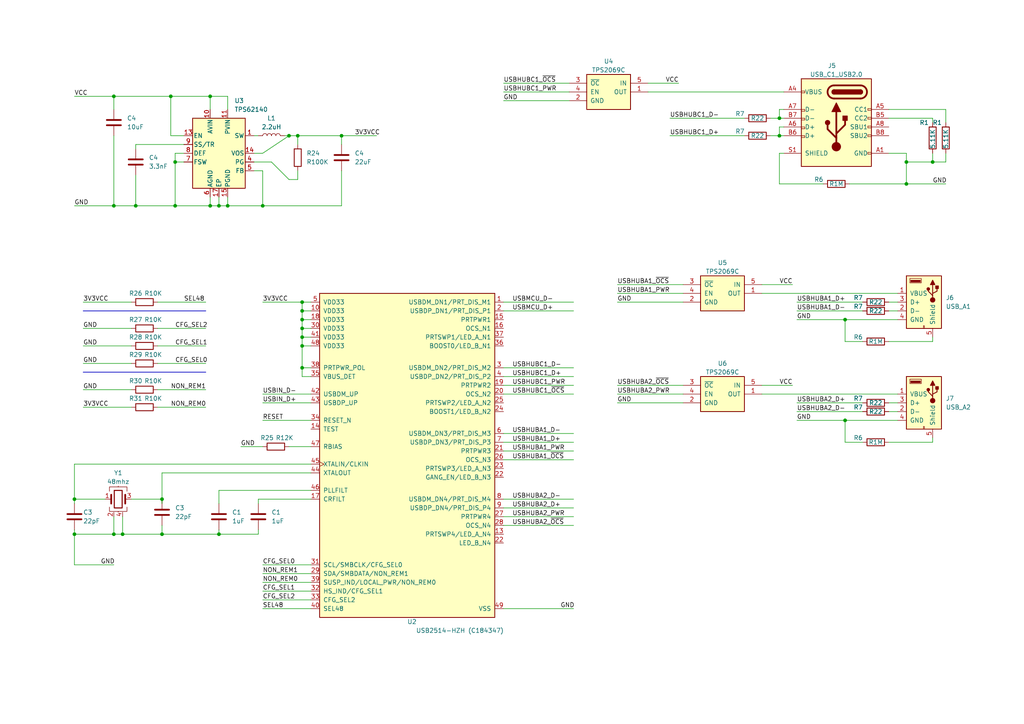
<source format=kicad_sch>
(kicad_sch (version 20230121) (generator eeschema)
  (paper "A4")
  (lib_symbols
    (symbol "Connector:USB_A" (pin_names (offset 1.016))
      (property "Reference" "J6" (at 6.35 1.27 0))
      (property "Value" "USB_A" (at 6.35 -1.27 0))
      (symbol "USB_A_0_1"
        (rectangle (start -5.08 7.62) (end 5.08 -7.62) (stroke (width 0.254)) (fill (type background)))
        (rectangle (start -3.81 6.35) (end -1.016 5.842) (fill (type outline)))
        (rectangle (start -0.762 5.588) (end -4.064 6.858))
        (rectangle (start -0.127 -7.62) (end 0.127 -6.858))
        (polyline (pts (xy 1.905 5.08) (xy 3.175 5.08) (xy 2.54 6.35) (xy 1.905 5.08)) (stroke (width 0.254)) (fill (type outline)))
        (polyline (pts (xy 2.54 1.27) (xy 2.54 1.905) (xy 1.27 3.175) (xy 1.27 3.81)) (stroke (width 0.254)))
        (polyline (pts (xy 2.54 1.905) (xy 2.54 2.54) (xy 3.81 3.175) (xy 3.81 4.445)) (stroke (width 0.254)))
        (circle (center 1.27 3.81) (radius 0.381) (stroke (width 0.254)) (fill (type outline)))
        (circle (center 2.54 0.635) (radius 0.635) (stroke (width 0.254)) (fill (type outline)))
        (rectangle (start 3.429 4.699) (end 4.191 3.937) (stroke (width 0.254)) (fill (type outline)))
      )
      (symbol "USB_A_1_1"
        (polyline (pts (xy 2.54 2.54) (xy 2.54 5.08)) (stroke (width 0.254)))
        (pin power_in line (at -7.62 2.54 0) (length 2.54) (name "VBUS") (number "1"))
        (pin bidirectional line (at -7.62 -2.54 0) (length 2.54) (name "D-") (number "2"))
        (pin bidirectional line (at -7.62 0 0) (length 2.54) (name "D+") (number "3"))
        (pin power_in line (at -7.62 -5.08 0) (length 2.54) (name "GND") (number "4"))
        (pin passive line (at 2.54 -10.16 90) (length 2.54) (name "Shield") (number "5"))
      )
    )
    (symbol "Connector:USB_C_Receptacle_USB2.0" (pin_names (offset 1.016))
      (property "Reference" "J5" (at -1.27 15.24 0))
      (property "Value" "USB_C1_USB2.0" (at 0 13.97 0))
      (symbol "USB_C_Receptacle_USB2.0_0_0"
        (rectangle (start -10.16 3.81) (end -9.144 3.302))
        (rectangle (start -10.16 8.636) (end -9.144 9.144))
        (rectangle (start -9.144 -3.81) (end -10.16 -4.318))
        (rectangle (start -9.144 -1.27) (end -10.16 -1.778))
        (rectangle (start -9.144 1.27) (end -10.16 0.762))
        (rectangle (start 10.16 -9.144) (end 9.144 -8.636))
        (rectangle (start 10.16 -3.556) (end 9.144 -4.064))
        (rectangle (start 10.16 -1.016) (end 9.144 -1.524))
        (rectangle (start 10.16 1.524) (end 9.144 1.016))
        (rectangle (start 10.16 4.064) (end 9.144 3.556))
      )
      (symbol "USB_C_Receptacle_USB2.0_0_1"
        (rectangle (start -10.16 12.7) (end 10.16 -12.7) (stroke (width 0.254)) (fill (type background)))
        (circle (center -2.54 0) (radius 0.635) (stroke (width 0.254)) (fill (type outline)))
        (arc (start -0.635 9.525) (mid -1.2673 8.89) (end -0.635 8.255) (stroke (width 0.254)))
        (arc (start -0.635 9.525) (mid -1.2673 8.89) (end -0.635 8.255) (stroke (width 0.254)) (fill (type outline)))
        (arc (start -0.635 10.795) (mid -2.5317 8.89) (end -0.635 6.985) (stroke (width 0.508)))
        (circle (center 0 -6.985) (radius 1.27) (fill (type outline)))
        (polyline (pts (xy -0.635 10.795) (xy 6.985 10.795)) (stroke (width 0.508)))
        (polyline (pts (xy 0 -6.985) (xy 0 3.175)) (stroke (width 0.508)))
        (polyline (pts (xy 6.985 6.985) (xy -0.635 6.985)) (stroke (width 0.508)))
        (polyline (pts (xy 0 -4.445) (xy -2.54 -1.905) (xy -2.54 -0.635)) (stroke (width 0.508)))
        (polyline (pts (xy 0 -3.175) (xy 2.54 -0.635) (xy 2.54 0.635)) (stroke (width 0.508)))
        (polyline (pts (xy -1.27 3.175) (xy 0 5.715) (xy 1.27 3.175) (xy -1.27 3.175)) (stroke (width 0.254)) (fill (type outline)))
        (rectangle (start 1.905 0.635) (end 3.175 1.905) (stroke (width 0.254)) (fill (type outline)))
        (arc (start 6.985 6.985) (mid 8.8817 8.89) (end 6.985 10.795) (stroke (width 0.508)))
        (rectangle (start 6.985 8.255) (end -0.635 9.525) (stroke (width 0.254)) (fill (type outline)))
        (arc (start 6.985 8.255) (mid 7.6173 8.89) (end 6.985 9.525) (stroke (width 0.254)))
        (arc (start 6.985 8.255) (mid 7.6173 8.89) (end 6.985 9.525) (stroke (width 0.254)) (fill (type outline)))
      )
      (symbol "USB_C_Receptacle_USB2.0_1_1"
        (pin passive line (at 15.24 -8.89 180) (length 5.08) (name "GND") (number "A1"))
        (pin passive line (at 15.24 -8.89 180) (length 5.08) hide (name "GND") (number "A12"))
        (pin passive line (at -15.24 8.89 0) (length 5.08) (name "VBUS") (number "A4"))
        (pin bidirectional line (at 15.24 3.81 180) (length 5.08) (name "CC1") (number "A5"))
        (pin bidirectional line (at -15.24 -1.27 0) (length 5.08) (name "D+") (number "A6"))
        (pin bidirectional line (at -15.24 3.81 0) (length 5.08) (name "D-") (number "A7"))
        (pin bidirectional line (at 15.24 -1.27 180) (length 5.08) (name "SBU1") (number "A8"))
        (pin passive line (at -15.24 8.89 0) (length 5.08) hide (name "VBUS") (number "A9"))
        (pin passive line (at 15.24 -8.89 180) (length 5.08) hide (name "GND") (number "B1"))
        (pin passive line (at 15.24 -8.89 180) (length 5.08) hide (name "GND") (number "B12"))
        (pin passive line (at -15.24 8.89 0) (length 5.08) hide (name "VBUS") (number "B4"))
        (pin bidirectional line (at 15.24 1.27 180) (length 5.08) (name "CC2") (number "B5"))
        (pin bidirectional line (at -15.24 -3.81 0) (length 5.08) (name "D+") (number "B6"))
        (pin bidirectional line (at -15.24 1.27 0) (length 5.08) (name "D-") (number "B7"))
        (pin bidirectional line (at 15.24 -3.81 180) (length 5.08) (name "SBU2") (number "B8"))
        (pin passive line (at -15.24 8.89 0) (length 5.08) hide (name "VBUS") (number "B9"))
        (pin passive line (at -15.24 -8.89 0) (length 5.08) (name "SHIELD") (number "S1"))
      )
    )
    (symbol "Device:Battery" (pin_numbers hide) (pin_names (offset 0) hide)
      (property "Reference" "BT" (at 2.54 2.54 0))
      (property "Value" "Battery" (at 2.54 0 0))
      (symbol "Battery_0_1"
        (rectangle (start -2.286 -1.27) (end 2.286 -1.524) (fill (type outline)))
        (rectangle (start -2.286 1.778) (end 2.286 1.524) (fill (type outline)))
        (rectangle (start -1.524 -2.032) (end 1.524 -2.54) (fill (type outline)))
        (rectangle (start -1.524 1.016) (end 1.524 0.508) (fill (type outline)))
        (polyline (pts (xy 0 -1.016) (xy 0 -0.762)))
        (polyline (pts (xy 0 -0.508) (xy 0 -0.254)))
        (polyline (pts (xy 0 0) (xy 0 0.254)))
        (polyline (pts (xy 0 1.778) (xy 0 2.54)))
        (polyline (pts (xy 0.762 3.048) (xy 1.778 3.048)) (stroke (width 0.254)))
        (polyline (pts (xy 1.27 3.556) (xy 1.27 2.54)) (stroke (width 0.254)))
      )
      (symbol "Battery_1_1"
        (pin passive line (at 0 5.08 270) (length 2.54) (name "+") (number "1"))
        (pin passive line (at 0 -5.08 90) (length 2.54) (name "-") (number "2"))
      )
    )
    (symbol "Device:C" (pin_numbers hide) (pin_names (offset 0.254))
      (property "Reference" "C" (at 0.635 2.54 0))
      (property "Value" "C" (at 0.635 -2.54 0))
      (symbol "C_0_1"
        (polyline (pts (xy -2.032 -0.762) (xy 2.032 -0.762)) (stroke (width 0.508)))
        (polyline (pts (xy -2.032 0.762) (xy 2.032 0.762)) (stroke (width 0.508)))
      )
      (symbol "C_1_1"
        (pin passive line (at 0 3.81 270) (length 2.794) (name "~") (number "1"))
        (pin passive line (at 0 -3.81 90) (length 2.794) (name "~") (number "2"))
      )
    )
    (symbol "Device:Crystal_GND24" (pin_names (offset 1.016) hide)
      (property "Reference" "Y1" (at 11.43 4.1909 0))
      (property "Value" "Crystal_GND24" (at 11.43 1.6509 0))
      (symbol "Crystal_GND24_0_1"
        (rectangle (start -1.143 2.54) (end 1.143 -2.54) (stroke (width 0.3048)))
        (polyline (pts (xy -2.54 0) (xy -2.032 0)))
        (polyline (pts (xy -2.032 -1.27) (xy -2.032 1.27)) (stroke (width 0.508)))
        (polyline (pts (xy 0 -3.81) (xy 0 -3.556)))
        (polyline (pts (xy 0 3.556) (xy 0 3.81)))
        (polyline (pts (xy 2.032 -1.27) (xy 2.032 1.27)) (stroke (width 0.508)))
        (polyline (pts (xy 2.032 0) (xy 2.54 0)))
        (polyline (pts (xy -2.54 -2.286) (xy -2.54 -3.556) (xy 2.54 -3.556) (xy 2.54 -2.286)))
        (polyline (pts (xy -2.54 2.286) (xy -2.54 3.556) (xy 2.54 3.556) (xy 2.54 2.286)))
      )
      (symbol "Crystal_GND24_1_1"
        (pin passive line (at -3.81 0 0) (length 1.27) (name "1") (number "1"))
        (pin passive line (at -1.27 -5.08 90) (length 1.27) (name "2") (number "2"))
        (pin passive line (at 3.81 0 180) (length 1.27) (name "3") (number "3"))
        (pin passive line (at 1.27 -5.08 90) (length 1.27) (name "4") (number "4"))
      )
    )
    (symbol "Device:D" (pin_numbers hide) (pin_names (offset 1.016) hide)
      (property "Reference" "D" (at 0 2.54 0))
      (property "Value" "D" (at 0 -2.54 0))
      (symbol "D_0_1"
        (polyline (pts (xy -1.27 1.27) (xy -1.27 -1.27)) (stroke (width 0.254)))
        (polyline (pts (xy 1.27 0) (xy -1.27 0)))
        (polyline (pts (xy 1.27 1.27) (xy 1.27 -1.27) (xy -1.27 0) (xy 1.27 1.27)) (stroke (width 0.254)))
      )
      (symbol "D_1_1"
        (pin passive line (at -3.81 0 0) (length 2.54) (name "K") (number "1"))
        (pin passive line (at 3.81 0 180) (length 2.54) (name "A") (number "2"))
      )
    )
    (symbol "Device:L" (pin_numbers hide) (pin_names (offset 1.016) hide)
      (property "Reference" "L" (at -1.27 0 90))
      (property "Value" "L" (at 1.905 0 90))
      (symbol "L_0_1"
        (arc (start 0 -2.54) (mid 0.6323 -1.905) (end 0 -1.27))
        (arc (start 0 -1.27) (mid 0.6323 -0.635) (end 0 0))
        (arc (start 0 0) (mid 0.6323 0.635) (end 0 1.27))
        (arc (start 0 1.27) (mid 0.6323 1.905) (end 0 2.54))
      )
      (symbol "L_1_1"
        (pin passive line (at 0 3.81 270) (length 1.27) (name "1") (number "1"))
        (pin passive line (at 0 -3.81 90) (length 1.27) (name "2") (number "2"))
      )
    )
    (symbol "Device:R" (pin_numbers hide) (pin_names (offset 0))
      (property "Reference" "R" (at 2.032 0 90))
      (property "Value" "R" (at 0 0 90))
      (symbol "R_0_1"
        (rectangle (start -1.016 -2.54) (end 1.016 2.54) (stroke (width 0.254)))
      )
      (symbol "R_1_1"
        (pin passive line (at 0 3.81 270) (length 1.27) (name "~") (number "1"))
        (pin passive line (at 0 -3.81 90) (length 1.27) (name "~") (number "2"))
      )
    )
    (symbol "Interface_USB:USB2514B_Bi" (pin_names (offset 1.016))
      (property "Reference" "U2" (at 0 -48.26 0))
      (property "Value" "USB2514-HZH (C184347)" (at 2.54 -50.8 0))
      (symbol "USB2514B_Bi_0_1"
        (rectangle (start -25.4 46.99) (end 25.4 -46.99) (stroke (width 0.254)) (fill (type background)))
      )
      (symbol "USB2514B_Bi_1_1"
        (pin bidirectional line (at 27.94 44.45 180) (length 2.54) (name "USBDM_DN1/PRT_DIS_M1") (number "1"))
        (pin power_in line (at -27.94 41.91 0) (length 2.54) (name "VDD33") (number "10"))
        (pin bidirectional line (at 27.94 -22.86 180) (length 2.54) (name "PRTSWP4/LED_A_N4") (number "13"))
        (pin input line (at -27.94 7.62 0) (length 2.54) (name "TEST") (number "14"))
        (pin bidirectional line (at 27.94 39.37 180) (length 2.54) (name "PRTPWR1") (number "15"))
        (pin input line (at 27.94 36.83 180) (length 2.54) (name "OCS_N1") (number "16"))
        (pin input line (at -27.94 -12.7 0) (length 2.54) (name "CRFILT") (number "17"))
        (pin power_in line (at -27.94 39.37 0) (length 2.54) (name "VDD33") (number "18"))
        (pin bidirectional line (at 27.94 20.32 180) (length 2.54) (name "PRTPWR2") (number "19"))
        (pin bidirectional line (at 27.94 41.91 180) (length 2.54) (name "USBDP_DN1/PRT_DIS_P1") (number "2"))
        (pin input line (at 27.94 17.78 180) (length 2.54) (name "OCS_N2") (number "20"))
        (pin bidirectional line (at 27.94 1.27 180) (length 2.54) (name "PRTPWR3") (number "21"))
        (pin bidirectional line (at 27.94 -6.35 180) (length 2.54) (name "GANG_EN/LED_B_N3") (number "22"))
        (pin bidirectional line (at 27.94 -25.4 180) (length 2.54) (name "LED_B_N4") (number "22"))
        (pin bidirectional line (at 27.94 -3.81 180) (length 2.54) (name "PRTSWP3/LED_A_N3") (number "23"))
        (pin bidirectional line (at 27.94 12.7 180) (length 2.54) (name "BOOST1/LED_B_N2") (number "24"))
        (pin bidirectional line (at 27.94 15.24 180) (length 2.54) (name "PRTSWP2/LED_A_N2") (number "25"))
        (pin input line (at 27.94 -1.27 180) (length 2.54) (name "OCS_N3") (number "26"))
        (pin bidirectional line (at 27.94 -17.78 180) (length 2.54) (name "PRTPWR4") (number "27"))
        (pin input line (at 27.94 -20.32 180) (length 2.54) (name "OCS_N4") (number "28"))
        (pin bidirectional line (at -27.94 -34.29 0) (length 2.54) (name "SDA/SMBDATA/NON_REM1") (number "29"))
        (pin bidirectional line (at 27.94 25.4 180) (length 2.54) (name "USBDM_DN2/PRT_DIS_M2") (number "3"))
        (pin power_in line (at -27.94 36.83 0) (length 2.54) (name "VDD33") (number "30"))
        (pin bidirectional line (at -27.94 -31.75 0) (length 2.54) (name "SCL/SMBCLK/CFG_SEL0") (number "31"))
        (pin bidirectional line (at -27.94 -39.37 0) (length 2.54) (name "HS_IND/CFG_SEL1") (number "32"))
        (pin bidirectional line (at -27.94 -41.91 0) (length 2.54) (name "CFG_SEL2") (number "33"))
        (pin input line (at -27.94 10.16 0) (length 2.54) (name "RESET_N") (number "34"))
        (pin input line (at -27.94 22.86 0) (length 2.54) (name "VBUS_DET") (number "35"))
        (pin bidirectional line (at 27.94 31.75 180) (length 2.54) (name "BOOST0/LED_B_N1") (number "36"))
        (pin bidirectional line (at 27.94 34.29 180) (length 2.54) (name "PRTSWP1/LED_A_N1") (number "37"))
        (pin input line (at -27.94 25.4 0) (length 2.54) (name "PRTPWR_POL") (number "38"))
        (pin bidirectional line (at -27.94 -36.83 0) (length 2.54) (name "SUSP_IND/LOCAL_PWR/NON_REM0") (number "39"))
        (pin bidirectional line (at 27.94 22.86 180) (length 2.54) (name "USBDP_DN2/PRT_DIS_P2") (number "4"))
        (pin bidirectional line (at -27.94 -44.45 0) (length 2.54) (name "SEL48") (number "40"))
        (pin power_in line (at -27.94 34.29 0) (length 2.54) (name "VDD33") (number "41"))
        (pin bidirectional line (at -27.94 17.78 0) (length 2.54) (name "USBDM_UP") (number "42"))
        (pin bidirectional line (at -27.94 15.24 0) (length 2.54) (name "USBDP_UP") (number "43"))
        (pin output line (at -27.94 -5.08 0) (length 2.54) (name "XTALOUT") (number "44"))
        (pin input clock (at -27.94 -2.54 0) (length 2.54) (name "XTALIN/CLKIN") (number "45"))
        (pin input line (at -27.94 -10.16 0) (length 2.54) (name "PLLFILT") (number "46"))
        (pin input line (at -27.94 2.54 0) (length 2.54) (name "RBIAS") (number "47"))
        (pin power_in line (at -27.94 31.75 0) (length 2.54) (name "VDD33") (number "48"))
        (pin power_in line (at 27.94 -44.45 180) (length 2.54) (name "VSS") (number "49"))
        (pin power_in line (at -27.94 44.45 0) (length 2.54) (name "VDD33") (number "5"))
        (pin bidirectional line (at 27.94 6.35 180) (length 2.54) (name "USBDM_DN3/PRT_DIS_M3") (number "6"))
        (pin bidirectional line (at 27.94 3.81 180) (length 2.54) (name "USBDP_DN3/PRT_DIS_P3") (number "7"))
        (pin bidirectional line (at 27.94 -12.7 180) (length 2.54) (name "USBDM_DN4/PRT_DIS_M4") (number "8"))
        (pin bidirectional line (at 27.94 -15.24 180) (length 2.54) (name "USBDP_DN4/PRT_DIS_P4") (number "9"))
      )
    )
    (symbol "Power_Management:TPS2041B" (pin_names (offset 1.016))
      (property "Reference" "U4" (at 0 8.89 0))
      (property "Value" "TPS2069C" (at 0 6.35 0))
      (symbol "TPS2041B_0_1"
        (rectangle (start -6.35 5.08) (end 6.35 -5.08) (stroke (width 0.254)) (fill (type background)))
      )
      (symbol "TPS2041B_1_1"
        (pin power_out line (at 11.43 0 180) (length 5.08) (name "OUT") (number "1"))
        (pin power_in line (at -11.43 -2.54 0) (length 5.08) (name "GND") (number "2"))
        (pin open_collector line (at -11.43 2.54 0) (length 5.08) (name "~{OC}") (number "3"))
        (pin input line (at -11.43 0 0) (length 5.08) (name "EN") (number "4"))
        (pin power_in line (at 11.43 2.54 180) (length 5.08) (name "IN") (number "5"))
      )
    )
    (symbol "R_1" (pin_numbers hide) (pin_names (offset 0))
      (property "Reference" "R35" (at -1.27 2.54 90))
      (property "Value" "5.11K" (at 0 -3.81 90))
      (symbol "R_1_0_1"
        (rectangle (start -1.016 2.54) (end 1.016 -3.81) (stroke (width 0.254)))
      )
      (symbol "R_1_1_1"
        (pin passive line (at 0 3.81 270) (length 1.27) (name "~") (number "1"))
        (pin passive line (at 0 -5.08 90) (length 1.27) (name "~") (number "2"))
      )
    )
    (symbol "Regulator_Switching:TPS62140" (pin_names (offset 0.254))
      (property "Reference" "U" (at 3.81 13.97 0))
      (property "Value" "TPS62140" (at 3.81 11.43 0))
      (symbol "TPS62140_0_1"
        (rectangle (start -7.62 10.16) (end 7.62 -10.16) (stroke (width 0.254)) (fill (type background)))
      )
      (symbol "TPS62140_1_1"
        (pin output line (at 10.16 5.08 180) (length 2.54) (name "SW") (number "1"))
        (pin power_in line (at -2.54 12.7 270) (length 2.54) (name "AVIN") (number "10"))
        (pin power_in line (at 2.54 12.7 270) (length 2.54) (name "PVIN") (number "11"))
        (pin passive line (at 2.54 12.7 270) (length 2.54) hide (name "PVIN") (number "12"))
        (pin input line (at -10.16 5.08 0) (length 2.54) (name "EN") (number "13"))
        (pin input line (at 10.16 0 180) (length 2.54) (name "VOS") (number "14"))
        (pin power_in line (at 2.54 -12.7 90) (length 2.54) (name "PGND") (number "15"))
        (pin passive line (at 2.54 -12.7 90) (length 2.54) hide (name "PGND") (number "16"))
        (pin power_in line (at 0 -12.7 90) (length 2.54) (name "EP") (number "17"))
        (pin passive line (at 10.16 5.08 180) (length 2.54) hide (name "SW") (number "2"))
        (pin passive line (at 10.16 5.08 180) (length 2.54) hide (name "SW") (number "3"))
        (pin open_collector line (at 10.16 -2.54 180) (length 2.54) (name "PG") (number "4"))
        (pin input line (at 10.16 -5.08 180) (length 2.54) (name "FB") (number "5"))
        (pin power_in line (at -2.54 -12.7 90) (length 2.54) (name "AGND") (number "6"))
        (pin input line (at -10.16 -2.54 0) (length 2.54) (name "FSW") (number "7"))
        (pin input line (at -10.16 0 0) (length 2.54) (name "DEF") (number "8"))
        (pin input line (at -10.16 2.54 0) (length 2.54) (name "SS/TR") (number "9"))
      )
    )
    (symbol "Switch:SW_DIP_x01" (pin_names (offset 0) hide)
      (property "Reference" "SW" (at 0 3.81 0))
      (property "Value" "SW_DIP_x01" (at 0 -3.81 0))
      (symbol "SW_DIP_x01_0_0"
        (circle (center -2.032 0) (radius 0.508))
        (polyline (pts (xy -1.524 0.127) (xy 2.3622 1.1684)))
        (circle (center 2.032 0) (radius 0.508))
      )
      (symbol "SW_DIP_x01_0_1"
        (rectangle (start -3.81 2.54) (end 3.81 -2.54) (stroke (width 0.254)) (fill (type background)))
      )
      (symbol "SW_DIP_x01_1_1"
        (pin passive line (at -7.62 0 0) (length 5.08) (name "~") (number "1"))
        (pin passive line (at 7.62 0 180) (length 5.08) (name "~") (number "2"))
      )
    )
  )
  (junction (at 21.59 154.94))
  (junction (at 60.96 59.69))
  (junction (at 87.63 106.68))
  (junction (at 39.37 59.69))
  (junction (at 87.63 90.17))
  (junction (at 245.11 92.71))
  (junction (at 50.8 59.69))
  (junction (at 33.02 154.94))
  (junction (at 87.63 97.79))
  (junction (at 226.06 34.29))
  (junction (at 99.06 39.37))
  (junction (at 87.63 92.71))
  (junction (at 50.8 46.99))
  (junction (at 337.82 55.88))
  (junction (at 226.06 39.37))
  (junction (at 60.96 27.94))
  (junction (at 83.82 39.37))
  (junction (at 46.99 154.94))
  (junction (at 63.5 154.94))
  (junction (at 87.63 95.25))
  (junction (at 35.56 154.94))
  (junction (at 33.02 27.94))
  (junction (at 66.04 59.69))
  (junction (at 63.5 59.69))
  (junction (at 49.53 27.94))
  (junction (at 33.02 59.69))
  (junction (at 270.51 46.99))
  (junction (at 21.59 144.78))
  (junction (at 87.63 87.63))
  (junction (at 245.11 121.92))
  (junction (at 262.89 53.34))
  (junction (at 87.63 100.33))
  (junction (at 86.36 39.37))
  (junction (at 46.99 144.78))
  (junction (at 262.89 46.99))
  (junction (at 76.2 59.69))
  (wire (pts (xy 76.2 116.84) (xy 90.17 116.84)))
  (wire (pts (xy 66.04 31.75) (xy 66.04 27.94)))
  (wire (pts (xy 90.17 92.71) (xy 87.63 92.71)))
  (wire (pts (xy 21.59 144.78) (xy 30.48 144.78)))
  (wire (pts (xy 245.11 99.06) (xy 245.11 92.71)))
  (wire (pts (xy 187.96 24.13) (xy 196.85 24.13)))
  (wire (pts (xy 63.5 142.24) (xy 63.5 146.05)))
  (wire (pts (xy 146.05 111.76) (xy 166.37 111.76)))
  (wire (pts (xy 187.96 26.67) (xy 227.33 26.67)))
  (wire (pts (xy 227.33 39.37) (xy 226.06 39.37)))
  (wire (pts (xy 179.07 111.76) (xy 198.12 111.76)))
  (wire (pts (xy 69.85 129.54) (xy 76.2 129.54)))
  (wire (pts (xy 63.5 154.94) (xy 46.99 154.94)))
  (wire (pts (xy 226.06 53.34) (xy 238.76 53.34)))
  (wire (pts (xy 146.05 133.35) (xy 166.37 133.35)))
  (wire (pts (xy 83.82 129.54) (xy 90.17 129.54)))
  (wire (pts (xy 257.81 128.27) (xy 270.51 128.27)))
  (wire (pts (xy 223.52 39.37) (xy 226.06 39.37)))
  (wire (pts (xy 245.11 92.71) (xy 260.35 92.71)))
  (wire (pts (xy 262.89 46.99) (xy 270.51 46.99)))
  (wire (pts (xy 194.31 34.29) (xy 215.9 34.29)))
  (wire (pts (xy 63.5 57.15) (xy 63.5 59.69)))
  (wire (pts (xy 226.06 31.75) (xy 227.33 31.75)))
  (wire (pts (xy 33.02 149.86) (xy 33.02 154.94)))
  (wire (pts (xy 33.02 27.94) (xy 33.02 31.75)))
  (wire (pts (xy 60.96 31.75) (xy 60.96 27.94)))
  (wire (pts (xy 50.8 44.45) (xy 50.8 46.99)))
  (wire (pts (xy 21.59 59.69) (xy 33.02 59.69)))
  (wire (pts (xy 76.2 168.91) (xy 90.17 168.91)))
  (wire (pts (xy 257.81 99.06) (xy 270.51 99.06)))
  (wire (pts (xy 99.06 49.53) (xy 99.06 59.69)))
  (wire (pts (xy 39.37 50.8) (xy 39.37 59.69)))
  (wire (pts (xy 262.89 46.99) (xy 262.89 44.45)))
  (wire (pts (xy 87.63 106.68) (xy 90.17 106.68)))
  (wire (pts (xy 223.52 34.29) (xy 226.06 34.29)))
  (wire (pts (xy 60.96 59.69) (xy 60.96 57.15)))
  (wire (pts (xy 76.2 49.53) (xy 76.2 59.69)))
  (wire (pts (xy 270.51 99.06) (xy 270.51 97.79)))
  (wire (pts (xy 87.63 109.22) (xy 87.63 106.68)))
  (wire (pts (xy 226.06 36.83) (xy 227.33 36.83)))
  (wire (pts (xy 53.34 39.37) (xy 49.53 39.37)))
  (wire (pts (xy 99.06 41.91) (xy 99.06 39.37)))
  (wire (pts (xy 231.14 92.71) (xy 245.11 92.71)))
  (wire (pts (xy 226.06 44.45) (xy 226.06 53.34)))
  (wire (pts (xy 90.17 142.24) (xy 63.5 142.24)))
  (wire (pts (xy 146.05 128.27) (xy 166.37 128.27)))
  (wire (pts (xy 220.98 114.3) (xy 260.35 114.3)))
  (wire (pts (xy 87.63 100.33) (xy 87.63 106.68)))
  (wire (pts (xy 66.04 27.94) (xy 60.96 27.94)))
  (wire (pts (xy 45.72 100.33) (xy 59.69 100.33)))
  (wire (pts (xy 220.98 85.09) (xy 260.35 85.09)))
  (wire (pts (xy 73.66 44.45) (xy 76.2 44.45)))
  (wire (pts (xy 21.59 27.94) (xy 33.02 27.94)))
  (wire (pts (xy 21.59 134.62) (xy 90.17 134.62)))
  (wire (pts (xy 146.05 144.78) (xy 166.37 144.78)))
  (wire (pts (xy 49.53 39.37) (xy 49.53 27.94)))
  (wire (pts (xy 76.2 114.3) (xy 90.17 114.3)))
  (wire (pts (xy 270.51 34.29) (xy 270.51 35.56)))
  (wire (pts (xy 179.07 114.3) (xy 198.12 114.3)))
  (wire (pts (xy 146.05 125.73) (xy 166.37 125.73)))
  (wire (pts (xy 220.98 82.55) (xy 229.87 82.55)))
  (wire (pts (xy 270.51 128.27) (xy 270.51 127)))
  (wire (pts (xy 337.82 57.15) (xy 337.82 55.88)))
  (wire (pts (xy 321.31 45.72) (xy 330.2 45.72)))
  (wire (pts (xy 21.59 146.05) (xy 21.59 144.78)))
  (wire (pts (xy 345.44 45.72) (xy 354.33 45.72)))
  (wire (pts (xy 74.93 39.37) (xy 73.66 39.37)))
  (wire (pts (xy 60.96 27.94) (xy 49.53 27.94)))
  (wire (pts (xy 146.05 176.53) (xy 166.37 176.53)))
  (wire (pts (xy 146.05 90.17) (xy 166.37 90.17)))
  (wire (pts (xy 245.11 121.92) (xy 260.35 121.92)))
  (wire (pts (xy 39.37 59.69) (xy 50.8 59.69)))
  (wire (pts (xy 334.01 55.88) (xy 337.82 55.88)))
  (wire (pts (xy 63.5 153.67) (xy 63.5 154.94)))
  (wire (pts (xy 262.89 53.34) (xy 274.32 53.34)))
  (wire (pts (xy 87.63 97.79) (xy 90.17 97.79)))
  (wire (pts (xy 45.72 95.25) (xy 59.69 95.25)))
  (wire (pts (xy 99.06 39.37) (xy 109.22 39.37)))
  (wire (pts (xy 87.63 90.17) (xy 87.63 92.71)))
  (wire (pts (xy 24.13 95.25) (xy 38.1 95.25)))
  (wire (pts (xy 321.31 69.85) (xy 337.82 69.85)))
  (wire (pts (xy 76.2 171.45) (xy 90.17 171.45)))
  (wire (pts (xy 250.19 128.27) (xy 245.11 128.27)))
  (wire (pts (xy 257.81 116.84) (xy 260.35 116.84)))
  (wire (pts (xy 76.2 176.53) (xy 90.17 176.53)))
  (wire (pts (xy 21.59 154.94) (xy 21.59 153.67)))
  (wire (pts (xy 74.93 154.94) (xy 63.5 154.94)))
  (wire (pts (xy 24.13 113.03) (xy 38.1 113.03)))
  (wire (pts (xy 24.13 87.63) (xy 38.1 87.63)))
  (wire (pts (xy 257.81 90.17) (xy 260.35 90.17)))
  (wire (pts (xy 220.98 111.76) (xy 229.87 111.76)))
  (wire (pts (xy 90.17 144.78) (xy 74.93 144.78)))
  (wire (pts (xy 231.14 119.38) (xy 250.19 119.38)))
  (wire (pts (xy 35.56 149.86) (xy 35.56 154.94)))
  (wire (pts (xy 76.2 87.63) (xy 87.63 87.63)))
  (wire (pts (xy 226.06 34.29) (xy 226.06 31.75)))
  (wire (pts (xy 231.14 116.84) (xy 250.19 116.84)))
  (wire (pts (xy 82.55 39.37) (xy 83.82 39.37)))
  (wire (pts (xy 45.72 118.11) (xy 59.69 118.11)))
  (wire (pts (xy 231.14 121.92) (xy 245.11 121.92)))
  (wire (pts (xy 87.63 87.63) (xy 87.63 90.17)))
  (wire (pts (xy 53.34 46.99) (xy 50.8 46.99)))
  (wire (pts (xy 90.17 95.25) (xy 87.63 95.25)))
  (wire (pts (xy 146.05 152.4) (xy 166.37 152.4)))
  (wire (pts (xy 257.81 31.75) (xy 274.32 31.75)))
  (wire (pts (xy 46.99 144.78) (xy 46.99 137.16)))
  (wire (pts (xy 83.82 52.07) (xy 86.36 52.07)))
  (wire (pts (xy 270.51 44.45) (xy 270.51 46.99)))
  (wire (pts (xy 179.07 82.55) (xy 198.12 82.55)))
  (wire (pts (xy 274.32 31.75) (xy 274.32 35.56)))
  (wire (pts (xy 99.06 59.69) (xy 76.2 59.69)))
  (wire (pts (xy 194.31 39.37) (xy 215.9 39.37)))
  (wire (pts (xy 73.66 49.53) (xy 76.2 49.53)))
  (wire (pts (xy 90.17 87.63) (xy 87.63 87.63)))
  (wire (pts (xy 146.05 149.86) (xy 166.37 149.86)))
  (wire (pts (xy 35.56 154.94) (xy 46.99 154.94)))
  (wire (pts (xy 246.38 53.34) (xy 262.89 53.34)))
  (wire (pts (xy 76.2 121.92) (xy 90.17 121.92)))
  (wire (pts (xy 90.17 109.22) (xy 87.63 109.22)))
  (wire (pts (xy 250.19 99.06) (xy 245.11 99.06)))
  (wire (pts (xy 33.02 154.94) (xy 35.56 154.94)))
  (wire (pts (xy 257.81 87.63) (xy 260.35 87.63)))
  (wire (pts (xy 227.33 44.45) (xy 226.06 44.45)))
  (wire (pts (xy 146.05 147.32) (xy 166.37 147.32)))
  (wire (pts (xy 76.2 163.83) (xy 90.17 163.83)))
  (wire (pts (xy 21.59 163.83) (xy 33.02 163.83)))
  (wire (pts (xy 257.81 34.29) (xy 270.51 34.29)))
  (wire (pts (xy 45.72 87.63) (xy 59.69 87.63)))
  (wire (pts (xy 274.32 44.45) (xy 274.32 46.99)))
  (wire (pts (xy 76.2 44.45) (xy 83.82 39.37)))
  (wire (pts (xy 33.02 39.37) (xy 33.02 59.69)))
  (wire (pts (xy 24.13 118.11) (xy 38.1 118.11)))
  (wire (pts (xy 76.2 166.37) (xy 90.17 166.37)))
  (wire (pts (xy 227.33 34.29) (xy 226.06 34.29)))
  (wire (pts (xy 86.36 41.91) (xy 86.36 39.37)))
  (wire (pts (xy 78.74 46.99) (xy 83.82 52.07)))
  (wire (pts (xy 53.34 41.91) (xy 39.37 41.91)))
  (wire (pts (xy 45.72 113.03) (xy 59.69 113.03)))
  (wire (pts (xy 46.99 152.4) (xy 46.99 154.94)))
  (wire (pts (xy 146.05 29.21) (xy 165.1 29.21)))
  (wire (pts (xy 45.72 105.41) (xy 59.69 105.41)))
  (wire (pts (xy 33.02 27.94) (xy 49.53 27.94)))
  (wire (pts (xy 321.31 55.88) (xy 326.39 55.88)))
  (wire (pts (xy 87.63 100.33) (xy 87.63 97.79)))
  (wire (pts (xy 226.06 39.37) (xy 226.06 36.83)))
  (wire (pts (xy 21.59 134.62) (xy 21.59 144.78)))
  (wire (pts (xy 90.17 100.33) (xy 87.63 100.33)))
  (wire (pts (xy 270.51 46.99) (xy 274.32 46.99)))
  (wire (pts (xy 74.93 144.78) (xy 74.93 146.05)))
  (wire (pts (xy 38.1 144.78) (xy 46.99 144.78)))
  (wire (pts (xy 46.99 146.05) (xy 46.99 144.78)))
  (wire (pts (xy 24.13 105.41) (xy 38.1 105.41)))
  (wire (pts (xy 146.05 130.81) (xy 166.37 130.81)))
  (wire (pts (xy 337.82 67.31) (xy 337.82 69.85)))
  (wire (pts (xy 39.37 41.91) (xy 39.37 43.18)))
  (wire (pts (xy 66.04 57.15) (xy 66.04 59.69)))
  (wire (pts (xy 179.07 87.63) (xy 198.12 87.63)))
  (wire (pts (xy 146.05 109.22) (xy 166.37 109.22)))
  (wire (pts (xy 21.59 154.94) (xy 33.02 154.94)))
  (wire (pts (xy 90.17 90.17) (xy 87.63 90.17)))
  (wire (pts (xy 76.2 59.69) (xy 66.04 59.69)))
  (wire (pts (xy 231.14 87.63) (xy 250.19 87.63)))
  (wire (pts (xy 53.34 44.45) (xy 50.8 44.45)))
  (wire (pts (xy 87.63 95.25) (xy 87.63 97.79)))
  (wire (pts (xy 146.05 114.3) (xy 166.37 114.3)))
  (wire (pts (xy 86.36 52.07) (xy 86.36 49.53)))
  (wire (pts (xy 63.5 59.69) (xy 60.96 59.69)))
  (wire (pts (xy 83.82 39.37) (xy 86.36 39.37)))
  (wire (pts (xy 86.36 39.37) (xy 99.06 39.37)))
  (wire (pts (xy 50.8 59.69) (xy 60.96 59.69)))
  (wire (pts (xy 245.11 128.27) (xy 245.11 121.92)))
  (wire (pts (xy 349.25 55.88) (xy 354.33 55.88)))
  (wire (pts (xy 66.04 59.69) (xy 63.5 59.69)))
  (wire (pts (xy 146.05 106.68) (xy 166.37 106.68)))
  (wire (pts (xy 76.2 173.99) (xy 90.17 173.99)))
  (wire (pts (xy 50.8 46.99) (xy 50.8 59.69)))
  (wire (pts (xy 74.93 153.67) (xy 74.93 154.94)))
  (wire (pts (xy 231.14 90.17) (xy 250.19 90.17)))
  (wire (pts (xy 39.37 59.69) (xy 33.02 59.69)))
  (wire (pts (xy 146.05 26.67) (xy 165.1 26.67)))
  (wire (pts (xy 262.89 46.99) (xy 262.89 53.34)))
  (wire (pts (xy 24.13 100.33) (xy 38.1 100.33)))
  (wire (pts (xy 179.07 85.09) (xy 198.12 85.09)))
  (wire (pts (xy 257.81 119.38) (xy 260.35 119.38)))
  (wire (pts (xy 146.05 24.13) (xy 165.1 24.13)))
  (wire (pts (xy 341.63 55.88) (xy 337.82 55.88)))
  (wire (pts (xy 179.07 116.84) (xy 198.12 116.84)))
  (wire (pts (xy 46.99 137.16) (xy 90.17 137.16)))
  (wire (pts (xy 73.66 46.99) (xy 78.74 46.99)))
  (wire (pts (xy 21.59 154.94) (xy 21.59 163.83)))
  (wire (pts (xy 257.81 44.45) (xy 262.89 44.45)))
  (wire (pts (xy 146.05 87.63) (xy 166.37 87.63)))
  (wire (pts (xy 87.63 92.71) (xy 87.63 95.25)))
  (rectangle (start 318.77 36.83) (end 358.14 72.39) (stroke (width 0.5) (color 59 93 255 1)))
  (rectangle (start 24.13 107.95) (end 59.69 107.95) (stroke (width 0.2)))
  (rectangle (start 24.13 90.17) (end 59.69 90.17) (stroke (width 0.2)))
  (text "Baattery management" (at 318.77 35.56 0) (effects (font (size 2 2) (thickness 0.254) bold) (justify left bottom)))
  (label "NON_REM1" (at 49.53 113.03 0))
  (label "USBHUBA2_~{OCS}" (at 179.07 111.76 0))
  (label "GND" (at 270.51 53.34 0))
  (label "3V3VCC" (at 76.2 87.63 0))
  (label "3V3VCC" (at 102.87 39.37 0))
  (label "USBHUBC1_D-" (at 148.59 106.68 0))
  (label "3V3VCC" (at 24.13 118.11 0))
  (label "GND" (at 69.85 129.54 0))
  (label "USBHUBC1_PWR" (at 146.05 26.67 0))
  (label "CFG_SEL2" (at 76.2 173.99 0))
  (label "VSWD" (at 321.31 45.72 0))
  (label "GND" (at 162.56 176.53 0))
  (label "VCC" (at 226.06 111.76 0))
  (label "GND" (at 24.13 95.25 0))
  (label "VCC" (at 193.04 24.13 0))
  (label "USBHUBA1_D-" (at 231.14 90.17 0))
  (label "USBHUBA1_~{OCS}" (at 148.59 133.35 0))
  (label "VCC" (at 21.59 27.94 0))
  (label "USBHUBA1_~{OCS}" (at 179.07 82.55 0))
  (label "CFG_SEL1" (at 76.2 171.45 0))
  (label "GND" (at 179.07 116.84 0))
  (label "GND" (at 231.14 121.92 0))
  (label "GND" (at 231.14 92.71 0))
  (label "USBMCU_D+" (at 148.59 90.17 0))
  (label "VIN" (at 321.31 55.88 0))
  (label "CFG_SEL0" (at 76.2 163.83 0))
  (label "NON_REM0" (at 49.53 118.11 0))
  (label "CFG_SEL0" (at 50.8 105.41 0))
  (label "GND" (at 21.59 59.69 0))
  (label "USBHUBA2_D+" (at 231.14 116.84 0))
  (label "GND" (at 179.07 87.63 0))
  (label "USBHUBC1_~{OCS}" (at 146.05 24.13 0))
  (label "USBIN_D+" (at 76.2 116.84 0))
  (label "NON_REM1" (at 76.2 166.37 0))
  (label "3V3VCC" (at 24.13 87.63 0))
  (label "GND" (at 24.13 105.41 0))
  (label "NON_REM0" (at 76.2 168.91 0))
  (label "RESET" (at 76.2 121.92 0))
  (label "USBIN_D-" (at 76.2 114.3 0))
  (label "USBHUBC1_PWR" (at 148.59 111.76 0))
  (label "USBHUBA2_D-" (at 148.59 144.78 0))
  (label "USBHUBC1_~{OCS}" (at 148.59 114.3 0))
  (label "USBHUBC1_D+" (at 194.31 39.37 0))
  (label "USBHUBA1_PWR" (at 179.07 85.09 0))
  (label "GND" (at 321.31 69.85 0))
  (label "GND" (at 24.13 113.03 0))
  (label "VCC" (at 226.06 82.55 0))
  (label "USBHUBA1_D-" (at 148.59 125.73 0))
  (label "USBHUBA2_PWR" (at 179.07 114.3 0))
  (label "USBHUBA2_D-" (at 231.14 119.38 0))
  (label "CFG_SEL1" (at 50.8 100.33 0))
  (label "USBHUBA2_PWR" (at 148.59 149.86 0))
  (label "USBHUBA1_D+" (at 231.14 87.63 0))
  (label "USBHUBA2_~{OCS}" (at 148.59 152.4 0))
  (label "CFG_SEL2" (at 50.8 95.25 0))
  (label "USBHUBA1_PWR" (at 148.59 130.81 0))
  (label "GND" (at 146.05 29.21 0))
  (label "USBHUBC1_D-" (at 194.31 34.29 0))
  (label "SEL48" (at 53.34 87.63 0))
  (label "GND" (at 24.13 100.33 0))
  (label "GND" (at 29.21 163.83 0))
  (label "USBHUBA1_D+" (at 148.59 128.27 0))
  (label "USBHUBC1_D+" (at 148.59 109.22 0))
  (label "VCC" (at 350.52 45.72 0))
  (label "USBMCU_D-" (at 148.59 87.63 0))
  (label "USBHUBA2_D+" (at 148.59 147.32 0))
  (label "VSWD" (at 349.25 55.88 0))
  (label "SEL48" (at 76.2 176.53 0))
  (symbol (lib_name "R_1") (lib_id "Device:R") (at 274.32 39.37 0) (unit 1)
    (property "Reference" "R1" (at 270.51 35.56 0) (effects (justify left)))
    (property "Value" "5.11K" (at 274.32 43.18 90) (effects (justify left)))
    (property "Footprint" "Resistor_SMD:R_0402_1005Metric" (effects hide))
    (instances (project "keyboard" (path "" (reference "R1") (unit 1)) (path "" (reference "R36") (unit 1))))
  )
  (symbol (lib_id "Interface_USB:USB2514B_Bi") (at 118.11 132.08 0) (unit 1)
    (property "Reference" "U2" (at 118.11 180.34 0) (effects (justify left)))
    (property "Value" "USB2514-HZH (C184347)" (at 120.65 182.88 0) (effects (justify left)))
    (property "Footprint" "Package_DFN_QFN:VQFN-48-1EP_7x7mm_P0.5mm_EP4.1x4.1mm_ThermalVias" (effects hide))
    (property "Datasheet" "http://ww1.microchip.com/downloads/en/DeviceDoc/00001692C.pdf" (effects hide))
  )
  (symbol (lib_id "Device:R") (at 41.91 100.33 90) (unit 1)
    (property "Reference" "R28" (at 39.37 97.79 90))
    (property "Value" "R10K" (at 44.45 97.79 90))
  )
  (symbol (lib_id "Power_Management:TPS2041B") (at 209.55 85.09 0) (unit 1)
    (property "Reference" "U5" (at 209.55 76.2 0))
    (property "Value" "TPS2069C" (at 209.55 78.74 0))
    (property "Footprint" "Package_TO_SOT_SMD:SOT-23-5" (effects hide))
    (property "Datasheet" "http://www.ti.com/lit/ds/symlink/tps2041.pdf" (effects hide))
  )
  (symbol (lib_name "R_1") (lib_id "Device:R") (at 270.51 39.37 0) (unit 1)
    (property "Reference" "R1" (at 266.7 35.56 0) (effects (justify left)))
    (property "Value" "5.11K" (at 270.51 43.18 90) (effects (justify left)))
    (property "Footprint" "Resistor_SMD:R_0402_1005Metric" (effects hide))
    (instances (project "keyboard" (path "" (reference "R1") (unit 1)) (path "" (reference "R35") (unit 1))))
  )
  (symbol (lib_id "Device:Battery") (at 337.82 62.23 0) (unit 1)
    (property "Reference" "BT1" (at 341.63 60.3885 0) (effects (justify left)))
    (property "Value" "Battery" (at 341.63 62.9285 0) (effects (justify left)))
    (property "Footprint" "Connector_PinHeader_2.54mm:PinHeader_1x02_P2.54mm_Vertical" (effects hide))
  )
  (symbol (lib_id "Device:R") (at 219.71 39.37 90) (unit 1)
    (property "Reference" "R7" (at 214.63 38.1 90))
    (property "Value" "R22" (at 219.71 39.37 90))
    (property "Footprint" "Resistor_SMD:R_0402_1005Metric" (effects hide))
    (instances (project "keyboard" (path "" (reference "R7") (unit 1)) (path "" (reference "R34") (unit 1))))
  )
  (symbol (lib_id "Device:R") (at 254 119.38 90) (unit 1)
    (property "Reference" "R7" (at 248.92 118.11 90))
    (property "Value" "R22" (at 254 119.38 90))
    (property "Footprint" "Resistor_SMD:R_0402_1005Metric" (effects hide))
    (instances (project "keyboard" (path "" (reference "R7") (unit 1)) (path "" (reference "R40") (unit 1))))
  )
  (symbol (lib_id "Device:L") (at 78.74 39.37 90) (unit 1)
    (property "Reference" "L1" (at 78.74 34.29 90))
    (property "Value" "2.2uH" (at 78.74 36.83 90))
  )
  (symbol (lib_id "Device:C") (at 39.37 46.99 0) (unit 1)
    (property "Reference" "C4" (at 43.18 45.72 0) (effects (justify left)))
    (property "Value" "3.3nF" (at 43.18 48.26 0) (effects (justify left)))
    (property "Footprint" "Capacitor_SMD:C_0402_1005Metric" (effects hide))
    (instances (project "keyboard" (path "" (reference "C4") (unit 1)) (path "" (reference "C29") (unit 1))))
  )
  (symbol (lib_id "Connector:USB_C_Receptacle_USB2.0") (at 242.57 35.56 0) (unit 1)
    (property "Reference" "J5" (at 241.3 19.05 0))
    (property "Value" "USB_C1_USB2.0" (at 242.57 21.59 0))
    (property "Footprint" "Connector_USB:USB_C_Receptacle_G-Switch_GT-USB-7010ASV" (effects hide))
    (property "Datasheet" "https://www.usb.org/sites/default/files/documents/usb_type-c.zip" (effects hide))
  )
  (symbol (lib_id "Device:R") (at 41.91 105.41 90) (unit 1)
    (property "Reference" "R29" (at 39.37 102.87 90))
    (property "Value" "R10K" (at 44.45 102.87 90))
  )
  (symbol (lib_id "Device:R") (at 254 128.27 90) (unit 1)
    (property "Reference" "R6" (at 248.92 127 90))
    (property "Value" "R1M" (at 254 128.27 90))
    (property "Footprint" "Resistor_SMD:R_0603_1608Metric" (effects hide))
    (instances (project "keyboard" (path "" (reference "R6") (unit 1)) (path "" (reference "R42") (unit 1))))
  )
  (symbol (lib_id "Device:R") (at 242.57 53.34 90) (unit 1)
    (property "Reference" "R6" (at 237.49 52.07 90))
    (property "Value" "R1M" (at 242.57 53.34 90))
    (property "Footprint" "Resistor_SMD:R_0603_1608Metric" (effects hide))
    (instances (project "keyboard" (path "" (reference "R6") (unit 1)) (path "" (reference "R32") (unit 1))))
  )
  (symbol (lib_id "Device:R") (at 254 116.84 90) (unit 1)
    (property "Reference" "R7" (at 248.92 115.57 90))
    (property "Value" "R22" (at 254 116.84 90))
    (property "Footprint" "Resistor_SMD:R_0402_1005Metric" (effects hide))
    (instances (project "keyboard" (path "" (reference "R7") (unit 1)) (path "" (reference "R39") (unit 1))))
  )
  (symbol (lib_id "Device:R") (at 41.91 118.11 90) (unit 1)
    (property "Reference" "R31" (at 39.37 115.57 90))
    (property "Value" "R10K" (at 44.45 115.57 90))
  )
  (symbol (lib_id "Device:D") (at 330.2 55.88 180) (unit 1)
    (property "Reference" "D5" (at 330.2 52.07 0))
    (property "Value" "D" (effects hide))
    (property "Footprint" "Diode_SMD:D_0402_1005Metric" (effects hide))
    (property "Sim.Device" "D" (effects hide))
    (property "Sim.Pins" "1=K 2=A" (effects hide))
  )
  (symbol (lib_id "Power_Management:TPS2041B") (at 209.55 114.3 0) (unit 1)
    (property "Reference" "U6" (at 209.55 105.41 0))
    (property "Value" "TPS2069C" (at 209.55 107.95 0))
    (property "Footprint" "Package_TO_SOT_SMD:SOT-23-5" (effects hide))
    (property "Datasheet" "http://www.ti.com/lit/ds/symlink/tps2041.pdf" (effects hide))
  )
  (symbol (lib_id "Device:R") (at 41.91 87.63 90) (unit 1)
    (property "Reference" "R26" (at 39.37 85.09 90))
    (property "Value" "R10K" (at 44.45 85.09 90))
  )
  (symbol (lib_id "Switch:SW_DIP_x01") (at 337.82 45.72 0) (unit 1)
    (property "Reference" "SW1" (at 335.28 40.64 0))
    (property "Value" "SW_DIP_x01" (at 344.17 40.64 0))
    (property "Footprint" "Connector_PinHeader_2.54mm:PinHeader_1x02_P2.54mm_Vertical" (effects hide))
  )
  (symbol (lib_id "Device:Crystal_GND24") (at 34.29 144.78 0) (unit 1)
    (property "Reference" "Y1" (at 34.29 137.16 0))
    (property "Value" "48mhz" (at 34.29 139.7 0))
    (property "Footprint" "Crystal:Crystal_SMD_TXC_7M-4Pin_3.2x2.5mm" (effects hide))
    (instances (project "keyboard" (path "" (reference "Y1") (unit 1)) (path "" (reference "Y2") (unit 1))))
  )
  (symbol (lib_id "Device:R") (at 219.71 34.29 90) (unit 1)
    (property "Reference" "R7" (at 214.63 33.02 90))
    (property "Value" "R22" (at 219.71 34.29 90))
    (property "Footprint" "Resistor_SMD:R_0402_1005Metric" (effects hide))
    (instances (project "keyboard" (path "" (reference "R7") (unit 1)) (path "" (reference "R33") (unit 1))))
  )
  (symbol (lib_id "Device:R") (at 254 90.17 90) (unit 1)
    (property "Reference" "R7" (at 248.92 88.9 90))
    (property "Value" "R22" (at 254 90.17 90))
    (property "Footprint" "Resistor_SMD:R_0402_1005Metric" (effects hide))
    (instances (project "keyboard" (path "" (reference "R7") (unit 1)) (path "" (reference "R38") (unit 1))))
  )
  (symbol (lib_id "Device:C") (at 33.02 35.56 0) (unit 1)
    (property "Reference" "C4" (at 36.83 34.29 0) (effects (justify left)))
    (property "Value" "10uF" (at 36.83 36.83 0) (effects (justify left)))
    (property "Footprint" "Capacitor_SMD:C_0402_1005Metric" (effects hide))
    (instances (project "keyboard" (path "" (reference "C4") (unit 1)) (path "" (reference "C28") (unit 1))))
  )
  (symbol (lib_id "Device:R") (at 80.01 129.54 90) (unit 1)
    (property "Reference" "R25" (at 77.47 127 90))
    (property "Value" "R12K" (at 82.55 127 90))
  )
  (symbol (lib_id "Device:C") (at 74.93 149.86 0) (unit 1)
    (property "Reference" "C1" (at 78.74 148.59 0) (effects (justify left)))
    (property "Value" "1uF" (at 78.74 151.13 0) (effects (justify left)))
    (property "Footprint" "Capacitor_SMD:C_0402_1005Metric" (effects hide))
    (instances (project "keyboard" (path "" (reference "C1") (unit 1)) (path "" (reference "C33") (unit 1))))
  )
  (symbol (lib_id "Device:C") (at 46.99 148.59 0) (unit 1)
    (property "Reference" "C3" (at 50.8 147.32 0) (effects (justify left)))
    (property "Value" "22pF" (at 50.8 149.86 0) (effects (justify left)))
    (property "Footprint" "Capacitor_SMD:C_0402_1005Metric" (effects hide))
    (instances (project "keyboard" (path "" (reference "C3") (unit 1)) (path "" (reference "C31") (unit 1))))
  )
  (symbol (lib_id "Connector:USB_A") (at 267.97 87.63 0) (unit 1)
    (property "Reference" "J6" (at 274.32 86.36 0) (effects (justify left)))
    (property "Value" "USB_A1" (at 274.32 88.9 0) (effects (justify left)))
    (property "Datasheet" " ~" (effects hide))
  )
  (symbol (lib_id "Regulator_Switching:TPS62140") (at 63.5 44.45 0) (unit 1)
    (property "Reference" "U3" (at 67.9959 29.21 0) (effects (justify left)))
    (property "Value" "TPS62140" (at 67.9959 31.75 0) (effects (justify left)))
    (property "Footprint" "Package_DFN_QFN:VQFN-16-1EP_3x3mm_P0.5mm_EP1.68x1.68mm_ThermalVias" (effects hide))
    (property "Datasheet" "http://www.ti.com/lit/ds/symlink/TPS62140.pdf" (effects hide))
  )
  (symbol (lib_id "Device:C") (at 63.5 149.86 0) (unit 1)
    (property "Reference" "C1" (at 67.31 148.59 0) (effects (justify left)))
    (property "Value" "1uF" (at 67.31 151.13 0) (effects (justify left)))
    (property "Footprint" "Capacitor_SMD:C_0402_1005Metric" (effects hide))
    (instances (project "keyboard" (path "" (reference "C1") (unit 1)) (path "" (reference "C34") (unit 1))))
  )
  (symbol (lib_id "Device:C") (at 99.06 45.72 0) (unit 1)
    (property "Reference" "C4" (at 102.87 44.45 0) (effects (justify left)))
    (property "Value" "22uF" (at 102.87 46.99 0) (effects (justify left)))
    (property "Footprint" "Capacitor_SMD:C_0402_1005Metric" (effects hide))
    (instances (project "keyboard" (path "" (reference "C4") (unit 1)) (path "" (reference "C30") (unit 1))))
  )
  (symbol (lib_id "Device:R") (at 254 87.63 90) (unit 1)
    (property "Reference" "R7" (at 248.92 86.36 90))
    (property "Value" "R22" (at 254 87.63 90))
    (property "Footprint" "Resistor_SMD:R_0402_1005Metric" (effects hide))
    (instances (project "keyboard" (path "" (reference "R7") (unit 1)) (path "" (reference "R37") (unit 1))))
  )
  (symbol (lib_id "Device:C") (at 21.59 149.86 0) (unit 1)
    (property "Reference" "C3" (at 24.13 148.59 0) (effects (justify left)))
    (property "Value" "22pF" (at 24.13 151.13 0) (effects (justify left)))
    (property "Footprint" "Capacitor_SMD:C_0402_1005Metric" (effects hide))
    (instances (project "keyboard" (path "" (reference "C3") (unit 1)) (path "" (reference "C32") (unit 1))))
  )
  (symbol (lib_id "Device:R") (at 41.91 113.03 90) (unit 1)
    (property "Reference" "R30" (at 39.37 110.49 90))
    (property "Value" "R10K" (at 44.45 110.49 90))
  )
  (symbol (lib_id "Device:R") (at 86.36 45.72 0) (unit 1)
    (property "Reference" "R24" (at 88.9 44.45 0) (effects (justify left)))
    (property "Value" "R100K" (at 88.9 46.99 0) (effects (justify left)))
  )
  (symbol (lib_id "Device:D") (at 345.44 55.88 180) (unit 1)
    (property "Reference" "D6" (at 345.44 52.07 0))
    (property "Value" "D" (effects hide))
    (property "Footprint" "Diode_SMD:D_0402_1005Metric" (effects hide))
    (property "Sim.Device" "D" (effects hide))
    (property "Sim.Pins" "1=K 2=A" (effects hide))
  )
  (symbol (lib_id "Device:R") (at 41.91 95.25 90) (unit 1)
    (property "Reference" "R27" (at 39.37 92.71 90))
    (property "Value" "R10K" (at 44.45 92.71 90))
  )
  (symbol (lib_id "Power_Management:TPS2041B") (at 176.53 26.67 0) (unit 1)
    (property "Reference" "U4" (at 176.53 17.78 0))
    (property "Value" "TPS2069C" (at 176.53 20.32 0))
    (property "Footprint" "Package_TO_SOT_SMD:SOT-23-5" (effects hide))
    (property "Datasheet" "http://www.ti.com/lit/ds/symlink/tps2041.pdf" (effects hide))
  )
  (symbol (lib_id "Device:R") (at 254 99.06 90) (unit 1)
    (property "Reference" "R6" (at 248.92 97.79 90))
    (property "Value" "R1M" (at 254 99.06 90))
    (property "Footprint" "Resistor_SMD:R_0603_1608Metric" (effects hide))
    (instances (project "keyboard" (path "" (reference "R6") (unit 1)) (path "" (reference "R41") (unit 1))))
  )
  (symbol (lib_id "Connector:USB_A") (at 267.97 116.84 0) (unit 1)
    (property "Reference" "J7" (at 274.32 115.57 0) (effects (justify left)))
    (property "Value" "USB_A2" (at 274.32 118.11 0) (effects (justify left)))
    (property "Datasheet" " ~" (effects hide))
  )
)
</source>
